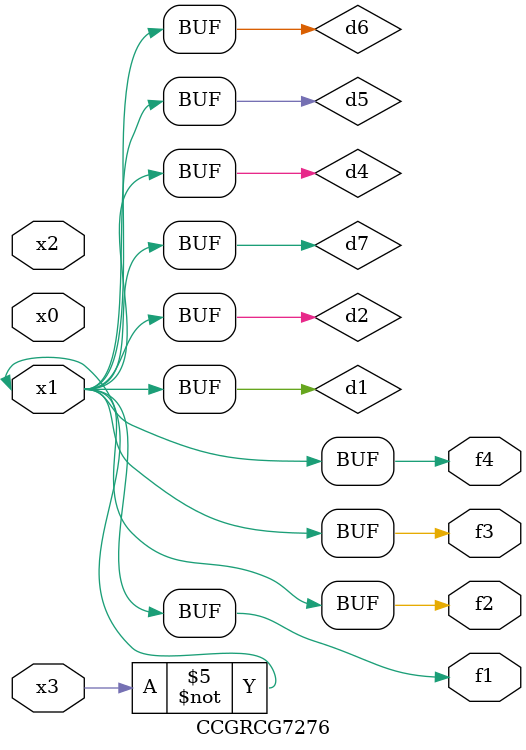
<source format=v>
module CCGRCG7276(
	input x0, x1, x2, x3,
	output f1, f2, f3, f4
);

	wire d1, d2, d3, d4, d5, d6, d7;

	not (d1, x3);
	buf (d2, x1);
	xnor (d3, d1, d2);
	nor (d4, d1);
	buf (d5, d1, d2);
	buf (d6, d4, d5);
	nand (d7, d4);
	assign f1 = d6;
	assign f2 = d7;
	assign f3 = d6;
	assign f4 = d6;
endmodule

</source>
